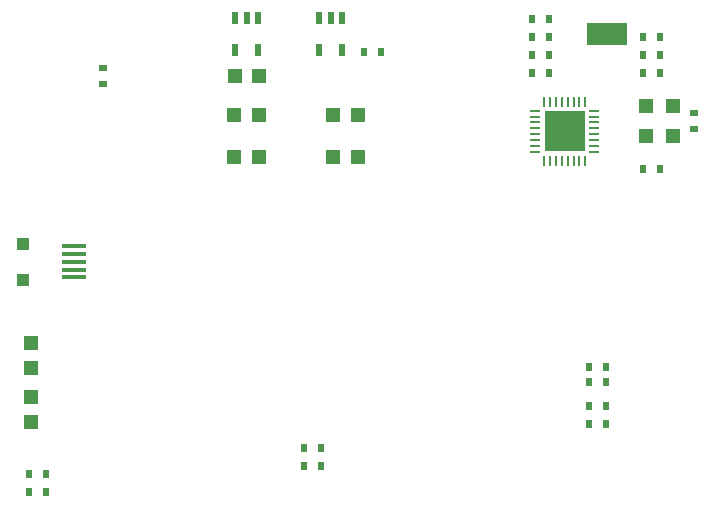
<source format=gbr>
%TF.GenerationSoftware,KiCad,Pcbnew,(5.1.9-0-10_14)*%
%TF.CreationDate,2021-02-15T23:58:24+01:00*%
%TF.ProjectId,ledTruck,6c656454-7275-4636-9b2e-6b696361645f,rev?*%
%TF.SameCoordinates,Original*%
%TF.FileFunction,Paste,Top*%
%TF.FilePolarity,Positive*%
%FSLAX46Y46*%
G04 Gerber Fmt 4.6, Leading zero omitted, Abs format (unit mm)*
G04 Created by KiCad (PCBNEW (5.1.9-0-10_14)) date 2021-02-15 23:58:24*
%MOMM*%
%LPD*%
G01*
G04 APERTURE LIST*
%ADD10R,2.150000X0.400000*%
%ADD11R,1.000000X1.000000*%
%ADD12R,1.200000X1.200000*%
%ADD13R,1.240000X1.290000*%
%ADD14R,0.600000X1.050000*%
%ADD15R,3.450000X1.850000*%
%ADD16R,0.600000X0.800000*%
%ADD17R,0.800000X0.600000*%
%ADD18R,0.280000X0.850000*%
%ADD19R,0.850000X0.280000*%
%ADD20R,3.450000X3.450000*%
G04 APERTURE END LIST*
D10*
%TO.C,J2*%
X112634000Y-97312000D03*
X112634000Y-96662000D03*
X112634000Y-96012000D03*
X112634000Y-95362000D03*
D11*
X108324000Y-97512000D03*
D10*
X112634000Y-94712000D03*
D11*
X108324000Y-94512000D03*
%TD*%
D12*
%TO.C,C9*%
X126204000Y-87122000D03*
X128304000Y-87122000D03*
%TD*%
%TO.C,C7*%
X134586000Y-83566000D03*
X136686000Y-83566000D03*
%TD*%
%TO.C,C4*%
X126204000Y-83566000D03*
X128304000Y-83566000D03*
%TD*%
%TO.C,C1*%
X134586000Y-87122000D03*
X136686000Y-87122000D03*
%TD*%
D13*
%TO.C,Y1*%
X161072000Y-82804000D03*
X163322000Y-82804000D03*
X161072000Y-85344000D03*
X163322000Y-85344000D03*
%TD*%
D14*
%TO.C,U2*%
X135316000Y-75358000D03*
X134366000Y-75358000D03*
X133416000Y-75358000D03*
X133416000Y-78058000D03*
X135316000Y-78058000D03*
%TD*%
D15*
%TO.C,TP1*%
X157734000Y-76708000D03*
%TD*%
D16*
%TO.C,R13*%
X160844000Y-78486000D03*
X162244000Y-78486000D03*
%TD*%
%TO.C,R12*%
X160844000Y-76962000D03*
X162244000Y-76962000D03*
%TD*%
%TO.C,R11*%
X108834000Y-114012000D03*
X110234000Y-114012000D03*
%TD*%
%TO.C,R10*%
X108834000Y-115512000D03*
X110234000Y-115512000D03*
%TD*%
%TO.C,R9*%
X151446000Y-80010000D03*
X152846000Y-80010000D03*
%TD*%
D17*
%TO.C,R8*%
X165100000Y-84774000D03*
X165100000Y-83374000D03*
%TD*%
D16*
%TO.C,R7*%
X137222000Y-78232000D03*
X138622000Y-78232000D03*
%TD*%
%TO.C,R6*%
X157672000Y-109728000D03*
X156272000Y-109728000D03*
%TD*%
%TO.C,R5*%
X156272000Y-106172000D03*
X157672000Y-106172000D03*
%TD*%
%TO.C,R4*%
X132142000Y-113284000D03*
X133542000Y-113284000D03*
%TD*%
%TO.C,R3*%
X157672000Y-108204000D03*
X156272000Y-108204000D03*
%TD*%
%TO.C,R2*%
X157672000Y-104902000D03*
X156272000Y-104902000D03*
%TD*%
%TO.C,R1*%
X132128000Y-111760000D03*
X133528000Y-111760000D03*
%TD*%
D12*
%TO.C,L1*%
X128338000Y-80264000D03*
X126238000Y-80264000D03*
%TD*%
%TO.C,D2*%
X109034000Y-107462000D03*
X109034000Y-109562000D03*
%TD*%
%TO.C,D1*%
X109034000Y-102912000D03*
X109034000Y-105012000D03*
%TD*%
D16*
%TO.C,C8*%
X152846000Y-78486000D03*
X151446000Y-78486000D03*
%TD*%
%TO.C,C6*%
X152846000Y-76962000D03*
X151446000Y-76962000D03*
%TD*%
%TO.C,C5*%
X152846000Y-75464000D03*
X151446000Y-75464000D03*
%TD*%
%TO.C,C3*%
X160844000Y-80010000D03*
X162244000Y-80010000D03*
%TD*%
%TO.C,C2*%
X160844000Y-88138000D03*
X162244000Y-88138000D03*
%TD*%
D18*
%TO.C,U1*%
X152440000Y-87437000D03*
D19*
X151715000Y-83212000D03*
D18*
X155940000Y-82487000D03*
D20*
X154190000Y-84962000D03*
D19*
X156665000Y-86712000D03*
X156665000Y-86212000D03*
X156665000Y-85712000D03*
X156665000Y-85212000D03*
X156665000Y-84712000D03*
X156665000Y-84212000D03*
X156665000Y-83712000D03*
X156665000Y-83212000D03*
D18*
X155440000Y-82487000D03*
X154940000Y-82487000D03*
X154440000Y-82487000D03*
X153940000Y-82487000D03*
X153440000Y-82487000D03*
X152940000Y-82487000D03*
X152440000Y-82487000D03*
D19*
X151715000Y-83712000D03*
X151715000Y-84212000D03*
X151715000Y-84712000D03*
X151715000Y-85212000D03*
X151715000Y-85712000D03*
X151715000Y-86212000D03*
X151715000Y-86712000D03*
D18*
X152940000Y-87437000D03*
X153440000Y-87437000D03*
X153940000Y-87437000D03*
X154440000Y-87437000D03*
X154940000Y-87437000D03*
X155440000Y-87437000D03*
X155940000Y-87437000D03*
%TD*%
D17*
%TO.C,R14*%
X115062000Y-80964000D03*
X115062000Y-79564000D03*
%TD*%
D14*
%TO.C,U3*%
X128204000Y-78058000D03*
X126304000Y-78058000D03*
X126304000Y-75358000D03*
X127254000Y-75358000D03*
X128204000Y-75358000D03*
%TD*%
M02*

</source>
